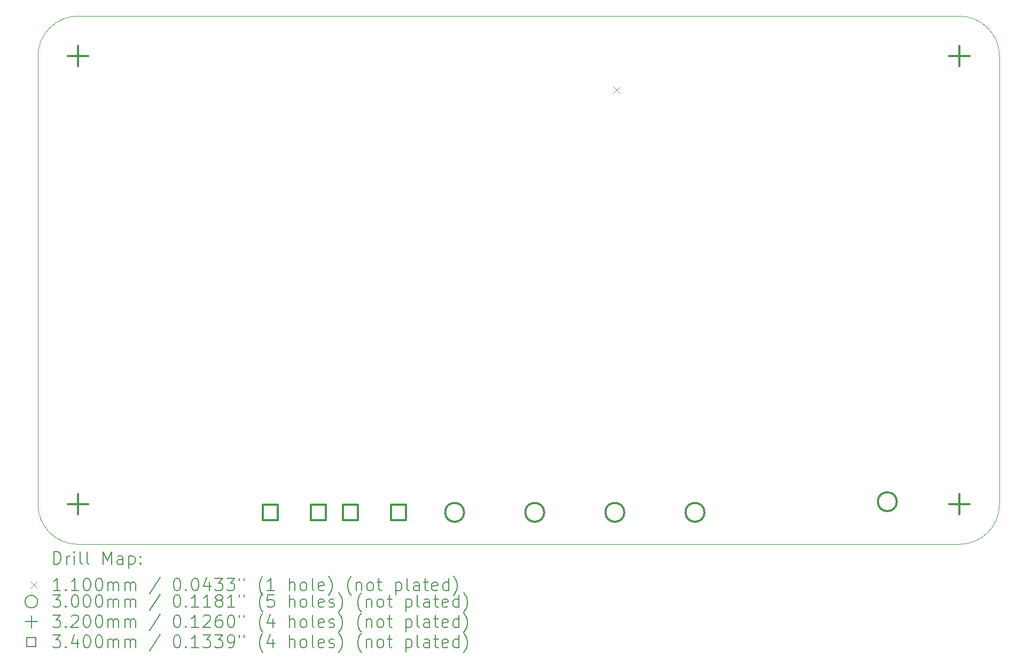
<source format=gbr>
%TF.GenerationSoftware,KiCad,Pcbnew,(6.0.8-1)-1*%
%TF.CreationDate,2023-03-04T15:34:30-08:00*%
%TF.ProjectId,Urban Battery - BMS_complement,55726261-6e20-4426-9174-74657279202d,rev?*%
%TF.SameCoordinates,Original*%
%TF.FileFunction,Drillmap*%
%TF.FilePolarity,Positive*%
%FSLAX45Y45*%
G04 Gerber Fmt 4.5, Leading zero omitted, Abs format (unit mm)*
G04 Created by KiCad (PCBNEW (6.0.8-1)-1) date 2023-03-04 15:34:30*
%MOMM*%
%LPD*%
G01*
G04 APERTURE LIST*
%ADD10C,0.100000*%
%ADD11C,0.200000*%
%ADD12C,0.110000*%
%ADD13C,0.300000*%
%ADD14C,0.320000*%
%ADD15C,0.340000*%
G04 APERTURE END LIST*
D10*
X7620000Y-5715000D02*
X7620000Y-12827000D01*
X8255000Y-5080000D02*
G75*
G03*
X7620000Y-5715000I0J-635000D01*
G01*
X22225000Y-13462000D02*
G75*
G03*
X22860000Y-12827000I0J635000D01*
G01*
X22225000Y-5080000D02*
X8255000Y-5080000D01*
X22860000Y-5715000D02*
G75*
G03*
X22225000Y-5080000I-635000J0D01*
G01*
X8255000Y-13462000D02*
X22225000Y-13462000D01*
X7620000Y-12827000D02*
G75*
G03*
X8255000Y-13462000I635000J0D01*
G01*
X22860000Y-12827000D02*
X22860000Y-5715000D01*
D11*
D12*
X16740000Y-6199000D02*
X16850000Y-6309000D01*
X16850000Y-6199000D02*
X16740000Y-6309000D01*
D13*
X14374000Y-12954000D02*
G75*
G03*
X14374000Y-12954000I-150000J0D01*
G01*
X15644000Y-12954000D02*
G75*
G03*
X15644000Y-12954000I-150000J0D01*
G01*
X16914000Y-12954000D02*
G75*
G03*
X16914000Y-12954000I-150000J0D01*
G01*
X18184000Y-12954000D02*
G75*
G03*
X18184000Y-12954000I-150000J0D01*
G01*
X21232000Y-12785000D02*
G75*
G03*
X21232000Y-12785000I-150000J0D01*
G01*
D14*
X8253364Y-5551867D02*
X8253364Y-5871867D01*
X8093364Y-5711867D02*
X8413364Y-5711867D01*
X8255000Y-12667000D02*
X8255000Y-12987000D01*
X8095000Y-12827000D02*
X8415000Y-12827000D01*
X22225000Y-5551867D02*
X22225000Y-5871867D01*
X22065000Y-5711867D02*
X22385000Y-5711867D01*
X22225000Y-12666811D02*
X22225000Y-12986811D01*
X22065000Y-12826811D02*
X22385000Y-12826811D01*
D15*
X11423209Y-13074709D02*
X11423209Y-12834291D01*
X11182791Y-12834291D01*
X11182791Y-13074709D01*
X11423209Y-13074709D01*
X12185209Y-13074709D02*
X12185209Y-12834291D01*
X11944791Y-12834291D01*
X11944791Y-13074709D01*
X12185209Y-13074709D01*
X12693209Y-13074709D02*
X12693209Y-12834291D01*
X12452791Y-12834291D01*
X12452791Y-13074709D01*
X12693209Y-13074709D01*
X13455209Y-13074709D02*
X13455209Y-12834291D01*
X13214791Y-12834291D01*
X13214791Y-13074709D01*
X13455209Y-13074709D01*
D11*
X7872619Y-13777476D02*
X7872619Y-13577476D01*
X7920238Y-13577476D01*
X7948809Y-13587000D01*
X7967857Y-13606048D01*
X7977381Y-13625095D01*
X7986905Y-13663190D01*
X7986905Y-13691762D01*
X7977381Y-13729857D01*
X7967857Y-13748905D01*
X7948809Y-13767952D01*
X7920238Y-13777476D01*
X7872619Y-13777476D01*
X8072619Y-13777476D02*
X8072619Y-13644143D01*
X8072619Y-13682238D02*
X8082143Y-13663190D01*
X8091667Y-13653667D01*
X8110714Y-13644143D01*
X8129762Y-13644143D01*
X8196428Y-13777476D02*
X8196428Y-13644143D01*
X8196428Y-13577476D02*
X8186905Y-13587000D01*
X8196428Y-13596524D01*
X8205952Y-13587000D01*
X8196428Y-13577476D01*
X8196428Y-13596524D01*
X8320238Y-13777476D02*
X8301190Y-13767952D01*
X8291667Y-13748905D01*
X8291667Y-13577476D01*
X8425000Y-13777476D02*
X8405952Y-13767952D01*
X8396429Y-13748905D01*
X8396429Y-13577476D01*
X8653571Y-13777476D02*
X8653571Y-13577476D01*
X8720238Y-13720333D01*
X8786905Y-13577476D01*
X8786905Y-13777476D01*
X8967857Y-13777476D02*
X8967857Y-13672714D01*
X8958333Y-13653667D01*
X8939286Y-13644143D01*
X8901190Y-13644143D01*
X8882143Y-13653667D01*
X8967857Y-13767952D02*
X8948810Y-13777476D01*
X8901190Y-13777476D01*
X8882143Y-13767952D01*
X8872619Y-13748905D01*
X8872619Y-13729857D01*
X8882143Y-13710809D01*
X8901190Y-13701286D01*
X8948810Y-13701286D01*
X8967857Y-13691762D01*
X9063095Y-13644143D02*
X9063095Y-13844143D01*
X9063095Y-13653667D02*
X9082143Y-13644143D01*
X9120238Y-13644143D01*
X9139286Y-13653667D01*
X9148810Y-13663190D01*
X9158333Y-13682238D01*
X9158333Y-13739381D01*
X9148810Y-13758428D01*
X9139286Y-13767952D01*
X9120238Y-13777476D01*
X9082143Y-13777476D01*
X9063095Y-13767952D01*
X9244048Y-13758428D02*
X9253571Y-13767952D01*
X9244048Y-13777476D01*
X9234524Y-13767952D01*
X9244048Y-13758428D01*
X9244048Y-13777476D01*
X9244048Y-13653667D02*
X9253571Y-13663190D01*
X9244048Y-13672714D01*
X9234524Y-13663190D01*
X9244048Y-13653667D01*
X9244048Y-13672714D01*
D12*
X7505000Y-14052000D02*
X7615000Y-14162000D01*
X7615000Y-14052000D02*
X7505000Y-14162000D01*
D11*
X7977381Y-14197476D02*
X7863095Y-14197476D01*
X7920238Y-14197476D02*
X7920238Y-13997476D01*
X7901190Y-14026048D01*
X7882143Y-14045095D01*
X7863095Y-14054619D01*
X8063095Y-14178428D02*
X8072619Y-14187952D01*
X8063095Y-14197476D01*
X8053571Y-14187952D01*
X8063095Y-14178428D01*
X8063095Y-14197476D01*
X8263095Y-14197476D02*
X8148809Y-14197476D01*
X8205952Y-14197476D02*
X8205952Y-13997476D01*
X8186905Y-14026048D01*
X8167857Y-14045095D01*
X8148809Y-14054619D01*
X8386905Y-13997476D02*
X8405952Y-13997476D01*
X8425000Y-14007000D01*
X8434524Y-14016524D01*
X8444048Y-14035571D01*
X8453571Y-14073667D01*
X8453571Y-14121286D01*
X8444048Y-14159381D01*
X8434524Y-14178428D01*
X8425000Y-14187952D01*
X8405952Y-14197476D01*
X8386905Y-14197476D01*
X8367857Y-14187952D01*
X8358333Y-14178428D01*
X8348809Y-14159381D01*
X8339286Y-14121286D01*
X8339286Y-14073667D01*
X8348809Y-14035571D01*
X8358333Y-14016524D01*
X8367857Y-14007000D01*
X8386905Y-13997476D01*
X8577381Y-13997476D02*
X8596429Y-13997476D01*
X8615476Y-14007000D01*
X8625000Y-14016524D01*
X8634524Y-14035571D01*
X8644048Y-14073667D01*
X8644048Y-14121286D01*
X8634524Y-14159381D01*
X8625000Y-14178428D01*
X8615476Y-14187952D01*
X8596429Y-14197476D01*
X8577381Y-14197476D01*
X8558333Y-14187952D01*
X8548810Y-14178428D01*
X8539286Y-14159381D01*
X8529762Y-14121286D01*
X8529762Y-14073667D01*
X8539286Y-14035571D01*
X8548810Y-14016524D01*
X8558333Y-14007000D01*
X8577381Y-13997476D01*
X8729762Y-14197476D02*
X8729762Y-14064143D01*
X8729762Y-14083190D02*
X8739286Y-14073667D01*
X8758333Y-14064143D01*
X8786905Y-14064143D01*
X8805952Y-14073667D01*
X8815476Y-14092714D01*
X8815476Y-14197476D01*
X8815476Y-14092714D02*
X8825000Y-14073667D01*
X8844048Y-14064143D01*
X8872619Y-14064143D01*
X8891667Y-14073667D01*
X8901190Y-14092714D01*
X8901190Y-14197476D01*
X8996429Y-14197476D02*
X8996429Y-14064143D01*
X8996429Y-14083190D02*
X9005952Y-14073667D01*
X9025000Y-14064143D01*
X9053571Y-14064143D01*
X9072619Y-14073667D01*
X9082143Y-14092714D01*
X9082143Y-14197476D01*
X9082143Y-14092714D02*
X9091667Y-14073667D01*
X9110714Y-14064143D01*
X9139286Y-14064143D01*
X9158333Y-14073667D01*
X9167857Y-14092714D01*
X9167857Y-14197476D01*
X9558333Y-13987952D02*
X9386905Y-14245095D01*
X9815476Y-13997476D02*
X9834524Y-13997476D01*
X9853571Y-14007000D01*
X9863095Y-14016524D01*
X9872619Y-14035571D01*
X9882143Y-14073667D01*
X9882143Y-14121286D01*
X9872619Y-14159381D01*
X9863095Y-14178428D01*
X9853571Y-14187952D01*
X9834524Y-14197476D01*
X9815476Y-14197476D01*
X9796429Y-14187952D01*
X9786905Y-14178428D01*
X9777381Y-14159381D01*
X9767857Y-14121286D01*
X9767857Y-14073667D01*
X9777381Y-14035571D01*
X9786905Y-14016524D01*
X9796429Y-14007000D01*
X9815476Y-13997476D01*
X9967857Y-14178428D02*
X9977381Y-14187952D01*
X9967857Y-14197476D01*
X9958333Y-14187952D01*
X9967857Y-14178428D01*
X9967857Y-14197476D01*
X10101190Y-13997476D02*
X10120238Y-13997476D01*
X10139286Y-14007000D01*
X10148810Y-14016524D01*
X10158333Y-14035571D01*
X10167857Y-14073667D01*
X10167857Y-14121286D01*
X10158333Y-14159381D01*
X10148810Y-14178428D01*
X10139286Y-14187952D01*
X10120238Y-14197476D01*
X10101190Y-14197476D01*
X10082143Y-14187952D01*
X10072619Y-14178428D01*
X10063095Y-14159381D01*
X10053571Y-14121286D01*
X10053571Y-14073667D01*
X10063095Y-14035571D01*
X10072619Y-14016524D01*
X10082143Y-14007000D01*
X10101190Y-13997476D01*
X10339286Y-14064143D02*
X10339286Y-14197476D01*
X10291667Y-13987952D02*
X10244048Y-14130809D01*
X10367857Y-14130809D01*
X10425000Y-13997476D02*
X10548810Y-13997476D01*
X10482143Y-14073667D01*
X10510714Y-14073667D01*
X10529762Y-14083190D01*
X10539286Y-14092714D01*
X10548810Y-14111762D01*
X10548810Y-14159381D01*
X10539286Y-14178428D01*
X10529762Y-14187952D01*
X10510714Y-14197476D01*
X10453571Y-14197476D01*
X10434524Y-14187952D01*
X10425000Y-14178428D01*
X10615476Y-13997476D02*
X10739286Y-13997476D01*
X10672619Y-14073667D01*
X10701190Y-14073667D01*
X10720238Y-14083190D01*
X10729762Y-14092714D01*
X10739286Y-14111762D01*
X10739286Y-14159381D01*
X10729762Y-14178428D01*
X10720238Y-14187952D01*
X10701190Y-14197476D01*
X10644048Y-14197476D01*
X10625000Y-14187952D01*
X10615476Y-14178428D01*
X10815476Y-13997476D02*
X10815476Y-14035571D01*
X10891667Y-13997476D02*
X10891667Y-14035571D01*
X11186905Y-14273667D02*
X11177381Y-14264143D01*
X11158333Y-14235571D01*
X11148810Y-14216524D01*
X11139286Y-14187952D01*
X11129762Y-14140333D01*
X11129762Y-14102238D01*
X11139286Y-14054619D01*
X11148810Y-14026048D01*
X11158333Y-14007000D01*
X11177381Y-13978428D01*
X11186905Y-13968905D01*
X11367857Y-14197476D02*
X11253571Y-14197476D01*
X11310714Y-14197476D02*
X11310714Y-13997476D01*
X11291667Y-14026048D01*
X11272619Y-14045095D01*
X11253571Y-14054619D01*
X11605952Y-14197476D02*
X11605952Y-13997476D01*
X11691667Y-14197476D02*
X11691667Y-14092714D01*
X11682143Y-14073667D01*
X11663095Y-14064143D01*
X11634524Y-14064143D01*
X11615476Y-14073667D01*
X11605952Y-14083190D01*
X11815476Y-14197476D02*
X11796428Y-14187952D01*
X11786905Y-14178428D01*
X11777381Y-14159381D01*
X11777381Y-14102238D01*
X11786905Y-14083190D01*
X11796428Y-14073667D01*
X11815476Y-14064143D01*
X11844048Y-14064143D01*
X11863095Y-14073667D01*
X11872619Y-14083190D01*
X11882143Y-14102238D01*
X11882143Y-14159381D01*
X11872619Y-14178428D01*
X11863095Y-14187952D01*
X11844048Y-14197476D01*
X11815476Y-14197476D01*
X11996428Y-14197476D02*
X11977381Y-14187952D01*
X11967857Y-14168905D01*
X11967857Y-13997476D01*
X12148809Y-14187952D02*
X12129762Y-14197476D01*
X12091667Y-14197476D01*
X12072619Y-14187952D01*
X12063095Y-14168905D01*
X12063095Y-14092714D01*
X12072619Y-14073667D01*
X12091667Y-14064143D01*
X12129762Y-14064143D01*
X12148809Y-14073667D01*
X12158333Y-14092714D01*
X12158333Y-14111762D01*
X12063095Y-14130809D01*
X12225000Y-14273667D02*
X12234524Y-14264143D01*
X12253571Y-14235571D01*
X12263095Y-14216524D01*
X12272619Y-14187952D01*
X12282143Y-14140333D01*
X12282143Y-14102238D01*
X12272619Y-14054619D01*
X12263095Y-14026048D01*
X12253571Y-14007000D01*
X12234524Y-13978428D01*
X12225000Y-13968905D01*
X12586905Y-14273667D02*
X12577381Y-14264143D01*
X12558333Y-14235571D01*
X12548809Y-14216524D01*
X12539286Y-14187952D01*
X12529762Y-14140333D01*
X12529762Y-14102238D01*
X12539286Y-14054619D01*
X12548809Y-14026048D01*
X12558333Y-14007000D01*
X12577381Y-13978428D01*
X12586905Y-13968905D01*
X12663095Y-14064143D02*
X12663095Y-14197476D01*
X12663095Y-14083190D02*
X12672619Y-14073667D01*
X12691667Y-14064143D01*
X12720238Y-14064143D01*
X12739286Y-14073667D01*
X12748809Y-14092714D01*
X12748809Y-14197476D01*
X12872619Y-14197476D02*
X12853571Y-14187952D01*
X12844048Y-14178428D01*
X12834524Y-14159381D01*
X12834524Y-14102238D01*
X12844048Y-14083190D01*
X12853571Y-14073667D01*
X12872619Y-14064143D01*
X12901190Y-14064143D01*
X12920238Y-14073667D01*
X12929762Y-14083190D01*
X12939286Y-14102238D01*
X12939286Y-14159381D01*
X12929762Y-14178428D01*
X12920238Y-14187952D01*
X12901190Y-14197476D01*
X12872619Y-14197476D01*
X12996428Y-14064143D02*
X13072619Y-14064143D01*
X13025000Y-13997476D02*
X13025000Y-14168905D01*
X13034524Y-14187952D01*
X13053571Y-14197476D01*
X13072619Y-14197476D01*
X13291667Y-14064143D02*
X13291667Y-14264143D01*
X13291667Y-14073667D02*
X13310714Y-14064143D01*
X13348809Y-14064143D01*
X13367857Y-14073667D01*
X13377381Y-14083190D01*
X13386905Y-14102238D01*
X13386905Y-14159381D01*
X13377381Y-14178428D01*
X13367857Y-14187952D01*
X13348809Y-14197476D01*
X13310714Y-14197476D01*
X13291667Y-14187952D01*
X13501190Y-14197476D02*
X13482143Y-14187952D01*
X13472619Y-14168905D01*
X13472619Y-13997476D01*
X13663095Y-14197476D02*
X13663095Y-14092714D01*
X13653571Y-14073667D01*
X13634524Y-14064143D01*
X13596428Y-14064143D01*
X13577381Y-14073667D01*
X13663095Y-14187952D02*
X13644048Y-14197476D01*
X13596428Y-14197476D01*
X13577381Y-14187952D01*
X13567857Y-14168905D01*
X13567857Y-14149857D01*
X13577381Y-14130809D01*
X13596428Y-14121286D01*
X13644048Y-14121286D01*
X13663095Y-14111762D01*
X13729762Y-14064143D02*
X13805952Y-14064143D01*
X13758333Y-13997476D02*
X13758333Y-14168905D01*
X13767857Y-14187952D01*
X13786905Y-14197476D01*
X13805952Y-14197476D01*
X13948809Y-14187952D02*
X13929762Y-14197476D01*
X13891667Y-14197476D01*
X13872619Y-14187952D01*
X13863095Y-14168905D01*
X13863095Y-14092714D01*
X13872619Y-14073667D01*
X13891667Y-14064143D01*
X13929762Y-14064143D01*
X13948809Y-14073667D01*
X13958333Y-14092714D01*
X13958333Y-14111762D01*
X13863095Y-14130809D01*
X14129762Y-14197476D02*
X14129762Y-13997476D01*
X14129762Y-14187952D02*
X14110714Y-14197476D01*
X14072619Y-14197476D01*
X14053571Y-14187952D01*
X14044048Y-14178428D01*
X14034524Y-14159381D01*
X14034524Y-14102238D01*
X14044048Y-14083190D01*
X14053571Y-14073667D01*
X14072619Y-14064143D01*
X14110714Y-14064143D01*
X14129762Y-14073667D01*
X14205952Y-14273667D02*
X14215476Y-14264143D01*
X14234524Y-14235571D01*
X14244048Y-14216524D01*
X14253571Y-14187952D01*
X14263095Y-14140333D01*
X14263095Y-14102238D01*
X14253571Y-14054619D01*
X14244048Y-14026048D01*
X14234524Y-14007000D01*
X14215476Y-13978428D01*
X14205952Y-13968905D01*
X7615000Y-14371000D02*
G75*
G03*
X7615000Y-14371000I-100000J0D01*
G01*
X7853571Y-14261476D02*
X7977381Y-14261476D01*
X7910714Y-14337667D01*
X7939286Y-14337667D01*
X7958333Y-14347190D01*
X7967857Y-14356714D01*
X7977381Y-14375762D01*
X7977381Y-14423381D01*
X7967857Y-14442428D01*
X7958333Y-14451952D01*
X7939286Y-14461476D01*
X7882143Y-14461476D01*
X7863095Y-14451952D01*
X7853571Y-14442428D01*
X8063095Y-14442428D02*
X8072619Y-14451952D01*
X8063095Y-14461476D01*
X8053571Y-14451952D01*
X8063095Y-14442428D01*
X8063095Y-14461476D01*
X8196428Y-14261476D02*
X8215476Y-14261476D01*
X8234524Y-14271000D01*
X8244048Y-14280524D01*
X8253571Y-14299571D01*
X8263095Y-14337667D01*
X8263095Y-14385286D01*
X8253571Y-14423381D01*
X8244048Y-14442428D01*
X8234524Y-14451952D01*
X8215476Y-14461476D01*
X8196428Y-14461476D01*
X8177381Y-14451952D01*
X8167857Y-14442428D01*
X8158333Y-14423381D01*
X8148809Y-14385286D01*
X8148809Y-14337667D01*
X8158333Y-14299571D01*
X8167857Y-14280524D01*
X8177381Y-14271000D01*
X8196428Y-14261476D01*
X8386905Y-14261476D02*
X8405952Y-14261476D01*
X8425000Y-14271000D01*
X8434524Y-14280524D01*
X8444048Y-14299571D01*
X8453571Y-14337667D01*
X8453571Y-14385286D01*
X8444048Y-14423381D01*
X8434524Y-14442428D01*
X8425000Y-14451952D01*
X8405952Y-14461476D01*
X8386905Y-14461476D01*
X8367857Y-14451952D01*
X8358333Y-14442428D01*
X8348809Y-14423381D01*
X8339286Y-14385286D01*
X8339286Y-14337667D01*
X8348809Y-14299571D01*
X8358333Y-14280524D01*
X8367857Y-14271000D01*
X8386905Y-14261476D01*
X8577381Y-14261476D02*
X8596429Y-14261476D01*
X8615476Y-14271000D01*
X8625000Y-14280524D01*
X8634524Y-14299571D01*
X8644048Y-14337667D01*
X8644048Y-14385286D01*
X8634524Y-14423381D01*
X8625000Y-14442428D01*
X8615476Y-14451952D01*
X8596429Y-14461476D01*
X8577381Y-14461476D01*
X8558333Y-14451952D01*
X8548810Y-14442428D01*
X8539286Y-14423381D01*
X8529762Y-14385286D01*
X8529762Y-14337667D01*
X8539286Y-14299571D01*
X8548810Y-14280524D01*
X8558333Y-14271000D01*
X8577381Y-14261476D01*
X8729762Y-14461476D02*
X8729762Y-14328143D01*
X8729762Y-14347190D02*
X8739286Y-14337667D01*
X8758333Y-14328143D01*
X8786905Y-14328143D01*
X8805952Y-14337667D01*
X8815476Y-14356714D01*
X8815476Y-14461476D01*
X8815476Y-14356714D02*
X8825000Y-14337667D01*
X8844048Y-14328143D01*
X8872619Y-14328143D01*
X8891667Y-14337667D01*
X8901190Y-14356714D01*
X8901190Y-14461476D01*
X8996429Y-14461476D02*
X8996429Y-14328143D01*
X8996429Y-14347190D02*
X9005952Y-14337667D01*
X9025000Y-14328143D01*
X9053571Y-14328143D01*
X9072619Y-14337667D01*
X9082143Y-14356714D01*
X9082143Y-14461476D01*
X9082143Y-14356714D02*
X9091667Y-14337667D01*
X9110714Y-14328143D01*
X9139286Y-14328143D01*
X9158333Y-14337667D01*
X9167857Y-14356714D01*
X9167857Y-14461476D01*
X9558333Y-14251952D02*
X9386905Y-14509095D01*
X9815476Y-14261476D02*
X9834524Y-14261476D01*
X9853571Y-14271000D01*
X9863095Y-14280524D01*
X9872619Y-14299571D01*
X9882143Y-14337667D01*
X9882143Y-14385286D01*
X9872619Y-14423381D01*
X9863095Y-14442428D01*
X9853571Y-14451952D01*
X9834524Y-14461476D01*
X9815476Y-14461476D01*
X9796429Y-14451952D01*
X9786905Y-14442428D01*
X9777381Y-14423381D01*
X9767857Y-14385286D01*
X9767857Y-14337667D01*
X9777381Y-14299571D01*
X9786905Y-14280524D01*
X9796429Y-14271000D01*
X9815476Y-14261476D01*
X9967857Y-14442428D02*
X9977381Y-14451952D01*
X9967857Y-14461476D01*
X9958333Y-14451952D01*
X9967857Y-14442428D01*
X9967857Y-14461476D01*
X10167857Y-14461476D02*
X10053571Y-14461476D01*
X10110714Y-14461476D02*
X10110714Y-14261476D01*
X10091667Y-14290048D01*
X10072619Y-14309095D01*
X10053571Y-14318619D01*
X10358333Y-14461476D02*
X10244048Y-14461476D01*
X10301190Y-14461476D02*
X10301190Y-14261476D01*
X10282143Y-14290048D01*
X10263095Y-14309095D01*
X10244048Y-14318619D01*
X10472619Y-14347190D02*
X10453571Y-14337667D01*
X10444048Y-14328143D01*
X10434524Y-14309095D01*
X10434524Y-14299571D01*
X10444048Y-14280524D01*
X10453571Y-14271000D01*
X10472619Y-14261476D01*
X10510714Y-14261476D01*
X10529762Y-14271000D01*
X10539286Y-14280524D01*
X10548810Y-14299571D01*
X10548810Y-14309095D01*
X10539286Y-14328143D01*
X10529762Y-14337667D01*
X10510714Y-14347190D01*
X10472619Y-14347190D01*
X10453571Y-14356714D01*
X10444048Y-14366238D01*
X10434524Y-14385286D01*
X10434524Y-14423381D01*
X10444048Y-14442428D01*
X10453571Y-14451952D01*
X10472619Y-14461476D01*
X10510714Y-14461476D01*
X10529762Y-14451952D01*
X10539286Y-14442428D01*
X10548810Y-14423381D01*
X10548810Y-14385286D01*
X10539286Y-14366238D01*
X10529762Y-14356714D01*
X10510714Y-14347190D01*
X10739286Y-14461476D02*
X10625000Y-14461476D01*
X10682143Y-14461476D02*
X10682143Y-14261476D01*
X10663095Y-14290048D01*
X10644048Y-14309095D01*
X10625000Y-14318619D01*
X10815476Y-14261476D02*
X10815476Y-14299571D01*
X10891667Y-14261476D02*
X10891667Y-14299571D01*
X11186905Y-14537667D02*
X11177381Y-14528143D01*
X11158333Y-14499571D01*
X11148810Y-14480524D01*
X11139286Y-14451952D01*
X11129762Y-14404333D01*
X11129762Y-14366238D01*
X11139286Y-14318619D01*
X11148810Y-14290048D01*
X11158333Y-14271000D01*
X11177381Y-14242428D01*
X11186905Y-14232905D01*
X11358333Y-14261476D02*
X11263095Y-14261476D01*
X11253571Y-14356714D01*
X11263095Y-14347190D01*
X11282143Y-14337667D01*
X11329762Y-14337667D01*
X11348809Y-14347190D01*
X11358333Y-14356714D01*
X11367857Y-14375762D01*
X11367857Y-14423381D01*
X11358333Y-14442428D01*
X11348809Y-14451952D01*
X11329762Y-14461476D01*
X11282143Y-14461476D01*
X11263095Y-14451952D01*
X11253571Y-14442428D01*
X11605952Y-14461476D02*
X11605952Y-14261476D01*
X11691667Y-14461476D02*
X11691667Y-14356714D01*
X11682143Y-14337667D01*
X11663095Y-14328143D01*
X11634524Y-14328143D01*
X11615476Y-14337667D01*
X11605952Y-14347190D01*
X11815476Y-14461476D02*
X11796428Y-14451952D01*
X11786905Y-14442428D01*
X11777381Y-14423381D01*
X11777381Y-14366238D01*
X11786905Y-14347190D01*
X11796428Y-14337667D01*
X11815476Y-14328143D01*
X11844048Y-14328143D01*
X11863095Y-14337667D01*
X11872619Y-14347190D01*
X11882143Y-14366238D01*
X11882143Y-14423381D01*
X11872619Y-14442428D01*
X11863095Y-14451952D01*
X11844048Y-14461476D01*
X11815476Y-14461476D01*
X11996428Y-14461476D02*
X11977381Y-14451952D01*
X11967857Y-14432905D01*
X11967857Y-14261476D01*
X12148809Y-14451952D02*
X12129762Y-14461476D01*
X12091667Y-14461476D01*
X12072619Y-14451952D01*
X12063095Y-14432905D01*
X12063095Y-14356714D01*
X12072619Y-14337667D01*
X12091667Y-14328143D01*
X12129762Y-14328143D01*
X12148809Y-14337667D01*
X12158333Y-14356714D01*
X12158333Y-14375762D01*
X12063095Y-14394809D01*
X12234524Y-14451952D02*
X12253571Y-14461476D01*
X12291667Y-14461476D01*
X12310714Y-14451952D01*
X12320238Y-14432905D01*
X12320238Y-14423381D01*
X12310714Y-14404333D01*
X12291667Y-14394809D01*
X12263095Y-14394809D01*
X12244048Y-14385286D01*
X12234524Y-14366238D01*
X12234524Y-14356714D01*
X12244048Y-14337667D01*
X12263095Y-14328143D01*
X12291667Y-14328143D01*
X12310714Y-14337667D01*
X12386905Y-14537667D02*
X12396428Y-14528143D01*
X12415476Y-14499571D01*
X12425000Y-14480524D01*
X12434524Y-14451952D01*
X12444048Y-14404333D01*
X12444048Y-14366238D01*
X12434524Y-14318619D01*
X12425000Y-14290048D01*
X12415476Y-14271000D01*
X12396428Y-14242428D01*
X12386905Y-14232905D01*
X12748809Y-14537667D02*
X12739286Y-14528143D01*
X12720238Y-14499571D01*
X12710714Y-14480524D01*
X12701190Y-14451952D01*
X12691667Y-14404333D01*
X12691667Y-14366238D01*
X12701190Y-14318619D01*
X12710714Y-14290048D01*
X12720238Y-14271000D01*
X12739286Y-14242428D01*
X12748809Y-14232905D01*
X12825000Y-14328143D02*
X12825000Y-14461476D01*
X12825000Y-14347190D02*
X12834524Y-14337667D01*
X12853571Y-14328143D01*
X12882143Y-14328143D01*
X12901190Y-14337667D01*
X12910714Y-14356714D01*
X12910714Y-14461476D01*
X13034524Y-14461476D02*
X13015476Y-14451952D01*
X13005952Y-14442428D01*
X12996428Y-14423381D01*
X12996428Y-14366238D01*
X13005952Y-14347190D01*
X13015476Y-14337667D01*
X13034524Y-14328143D01*
X13063095Y-14328143D01*
X13082143Y-14337667D01*
X13091667Y-14347190D01*
X13101190Y-14366238D01*
X13101190Y-14423381D01*
X13091667Y-14442428D01*
X13082143Y-14451952D01*
X13063095Y-14461476D01*
X13034524Y-14461476D01*
X13158333Y-14328143D02*
X13234524Y-14328143D01*
X13186905Y-14261476D02*
X13186905Y-14432905D01*
X13196428Y-14451952D01*
X13215476Y-14461476D01*
X13234524Y-14461476D01*
X13453571Y-14328143D02*
X13453571Y-14528143D01*
X13453571Y-14337667D02*
X13472619Y-14328143D01*
X13510714Y-14328143D01*
X13529762Y-14337667D01*
X13539286Y-14347190D01*
X13548809Y-14366238D01*
X13548809Y-14423381D01*
X13539286Y-14442428D01*
X13529762Y-14451952D01*
X13510714Y-14461476D01*
X13472619Y-14461476D01*
X13453571Y-14451952D01*
X13663095Y-14461476D02*
X13644048Y-14451952D01*
X13634524Y-14432905D01*
X13634524Y-14261476D01*
X13825000Y-14461476D02*
X13825000Y-14356714D01*
X13815476Y-14337667D01*
X13796428Y-14328143D01*
X13758333Y-14328143D01*
X13739286Y-14337667D01*
X13825000Y-14451952D02*
X13805952Y-14461476D01*
X13758333Y-14461476D01*
X13739286Y-14451952D01*
X13729762Y-14432905D01*
X13729762Y-14413857D01*
X13739286Y-14394809D01*
X13758333Y-14385286D01*
X13805952Y-14385286D01*
X13825000Y-14375762D01*
X13891667Y-14328143D02*
X13967857Y-14328143D01*
X13920238Y-14261476D02*
X13920238Y-14432905D01*
X13929762Y-14451952D01*
X13948809Y-14461476D01*
X13967857Y-14461476D01*
X14110714Y-14451952D02*
X14091667Y-14461476D01*
X14053571Y-14461476D01*
X14034524Y-14451952D01*
X14025000Y-14432905D01*
X14025000Y-14356714D01*
X14034524Y-14337667D01*
X14053571Y-14328143D01*
X14091667Y-14328143D01*
X14110714Y-14337667D01*
X14120238Y-14356714D01*
X14120238Y-14375762D01*
X14025000Y-14394809D01*
X14291667Y-14461476D02*
X14291667Y-14261476D01*
X14291667Y-14451952D02*
X14272619Y-14461476D01*
X14234524Y-14461476D01*
X14215476Y-14451952D01*
X14205952Y-14442428D01*
X14196428Y-14423381D01*
X14196428Y-14366238D01*
X14205952Y-14347190D01*
X14215476Y-14337667D01*
X14234524Y-14328143D01*
X14272619Y-14328143D01*
X14291667Y-14337667D01*
X14367857Y-14537667D02*
X14377381Y-14528143D01*
X14396428Y-14499571D01*
X14405952Y-14480524D01*
X14415476Y-14451952D01*
X14425000Y-14404333D01*
X14425000Y-14366238D01*
X14415476Y-14318619D01*
X14405952Y-14290048D01*
X14396428Y-14271000D01*
X14377381Y-14242428D01*
X14367857Y-14232905D01*
X7515000Y-14591000D02*
X7515000Y-14791000D01*
X7415000Y-14691000D02*
X7615000Y-14691000D01*
X7853571Y-14581476D02*
X7977381Y-14581476D01*
X7910714Y-14657667D01*
X7939286Y-14657667D01*
X7958333Y-14667190D01*
X7967857Y-14676714D01*
X7977381Y-14695762D01*
X7977381Y-14743381D01*
X7967857Y-14762428D01*
X7958333Y-14771952D01*
X7939286Y-14781476D01*
X7882143Y-14781476D01*
X7863095Y-14771952D01*
X7853571Y-14762428D01*
X8063095Y-14762428D02*
X8072619Y-14771952D01*
X8063095Y-14781476D01*
X8053571Y-14771952D01*
X8063095Y-14762428D01*
X8063095Y-14781476D01*
X8148809Y-14600524D02*
X8158333Y-14591000D01*
X8177381Y-14581476D01*
X8225000Y-14581476D01*
X8244048Y-14591000D01*
X8253571Y-14600524D01*
X8263095Y-14619571D01*
X8263095Y-14638619D01*
X8253571Y-14667190D01*
X8139286Y-14781476D01*
X8263095Y-14781476D01*
X8386905Y-14581476D02*
X8405952Y-14581476D01*
X8425000Y-14591000D01*
X8434524Y-14600524D01*
X8444048Y-14619571D01*
X8453571Y-14657667D01*
X8453571Y-14705286D01*
X8444048Y-14743381D01*
X8434524Y-14762428D01*
X8425000Y-14771952D01*
X8405952Y-14781476D01*
X8386905Y-14781476D01*
X8367857Y-14771952D01*
X8358333Y-14762428D01*
X8348809Y-14743381D01*
X8339286Y-14705286D01*
X8339286Y-14657667D01*
X8348809Y-14619571D01*
X8358333Y-14600524D01*
X8367857Y-14591000D01*
X8386905Y-14581476D01*
X8577381Y-14581476D02*
X8596429Y-14581476D01*
X8615476Y-14591000D01*
X8625000Y-14600524D01*
X8634524Y-14619571D01*
X8644048Y-14657667D01*
X8644048Y-14705286D01*
X8634524Y-14743381D01*
X8625000Y-14762428D01*
X8615476Y-14771952D01*
X8596429Y-14781476D01*
X8577381Y-14781476D01*
X8558333Y-14771952D01*
X8548810Y-14762428D01*
X8539286Y-14743381D01*
X8529762Y-14705286D01*
X8529762Y-14657667D01*
X8539286Y-14619571D01*
X8548810Y-14600524D01*
X8558333Y-14591000D01*
X8577381Y-14581476D01*
X8729762Y-14781476D02*
X8729762Y-14648143D01*
X8729762Y-14667190D02*
X8739286Y-14657667D01*
X8758333Y-14648143D01*
X8786905Y-14648143D01*
X8805952Y-14657667D01*
X8815476Y-14676714D01*
X8815476Y-14781476D01*
X8815476Y-14676714D02*
X8825000Y-14657667D01*
X8844048Y-14648143D01*
X8872619Y-14648143D01*
X8891667Y-14657667D01*
X8901190Y-14676714D01*
X8901190Y-14781476D01*
X8996429Y-14781476D02*
X8996429Y-14648143D01*
X8996429Y-14667190D02*
X9005952Y-14657667D01*
X9025000Y-14648143D01*
X9053571Y-14648143D01*
X9072619Y-14657667D01*
X9082143Y-14676714D01*
X9082143Y-14781476D01*
X9082143Y-14676714D02*
X9091667Y-14657667D01*
X9110714Y-14648143D01*
X9139286Y-14648143D01*
X9158333Y-14657667D01*
X9167857Y-14676714D01*
X9167857Y-14781476D01*
X9558333Y-14571952D02*
X9386905Y-14829095D01*
X9815476Y-14581476D02*
X9834524Y-14581476D01*
X9853571Y-14591000D01*
X9863095Y-14600524D01*
X9872619Y-14619571D01*
X9882143Y-14657667D01*
X9882143Y-14705286D01*
X9872619Y-14743381D01*
X9863095Y-14762428D01*
X9853571Y-14771952D01*
X9834524Y-14781476D01*
X9815476Y-14781476D01*
X9796429Y-14771952D01*
X9786905Y-14762428D01*
X9777381Y-14743381D01*
X9767857Y-14705286D01*
X9767857Y-14657667D01*
X9777381Y-14619571D01*
X9786905Y-14600524D01*
X9796429Y-14591000D01*
X9815476Y-14581476D01*
X9967857Y-14762428D02*
X9977381Y-14771952D01*
X9967857Y-14781476D01*
X9958333Y-14771952D01*
X9967857Y-14762428D01*
X9967857Y-14781476D01*
X10167857Y-14781476D02*
X10053571Y-14781476D01*
X10110714Y-14781476D02*
X10110714Y-14581476D01*
X10091667Y-14610048D01*
X10072619Y-14629095D01*
X10053571Y-14638619D01*
X10244048Y-14600524D02*
X10253571Y-14591000D01*
X10272619Y-14581476D01*
X10320238Y-14581476D01*
X10339286Y-14591000D01*
X10348810Y-14600524D01*
X10358333Y-14619571D01*
X10358333Y-14638619D01*
X10348810Y-14667190D01*
X10234524Y-14781476D01*
X10358333Y-14781476D01*
X10529762Y-14581476D02*
X10491667Y-14581476D01*
X10472619Y-14591000D01*
X10463095Y-14600524D01*
X10444048Y-14629095D01*
X10434524Y-14667190D01*
X10434524Y-14743381D01*
X10444048Y-14762428D01*
X10453571Y-14771952D01*
X10472619Y-14781476D01*
X10510714Y-14781476D01*
X10529762Y-14771952D01*
X10539286Y-14762428D01*
X10548810Y-14743381D01*
X10548810Y-14695762D01*
X10539286Y-14676714D01*
X10529762Y-14667190D01*
X10510714Y-14657667D01*
X10472619Y-14657667D01*
X10453571Y-14667190D01*
X10444048Y-14676714D01*
X10434524Y-14695762D01*
X10672619Y-14581476D02*
X10691667Y-14581476D01*
X10710714Y-14591000D01*
X10720238Y-14600524D01*
X10729762Y-14619571D01*
X10739286Y-14657667D01*
X10739286Y-14705286D01*
X10729762Y-14743381D01*
X10720238Y-14762428D01*
X10710714Y-14771952D01*
X10691667Y-14781476D01*
X10672619Y-14781476D01*
X10653571Y-14771952D01*
X10644048Y-14762428D01*
X10634524Y-14743381D01*
X10625000Y-14705286D01*
X10625000Y-14657667D01*
X10634524Y-14619571D01*
X10644048Y-14600524D01*
X10653571Y-14591000D01*
X10672619Y-14581476D01*
X10815476Y-14581476D02*
X10815476Y-14619571D01*
X10891667Y-14581476D02*
X10891667Y-14619571D01*
X11186905Y-14857667D02*
X11177381Y-14848143D01*
X11158333Y-14819571D01*
X11148810Y-14800524D01*
X11139286Y-14771952D01*
X11129762Y-14724333D01*
X11129762Y-14686238D01*
X11139286Y-14638619D01*
X11148810Y-14610048D01*
X11158333Y-14591000D01*
X11177381Y-14562428D01*
X11186905Y-14552905D01*
X11348809Y-14648143D02*
X11348809Y-14781476D01*
X11301190Y-14571952D02*
X11253571Y-14714809D01*
X11377381Y-14714809D01*
X11605952Y-14781476D02*
X11605952Y-14581476D01*
X11691667Y-14781476D02*
X11691667Y-14676714D01*
X11682143Y-14657667D01*
X11663095Y-14648143D01*
X11634524Y-14648143D01*
X11615476Y-14657667D01*
X11605952Y-14667190D01*
X11815476Y-14781476D02*
X11796428Y-14771952D01*
X11786905Y-14762428D01*
X11777381Y-14743381D01*
X11777381Y-14686238D01*
X11786905Y-14667190D01*
X11796428Y-14657667D01*
X11815476Y-14648143D01*
X11844048Y-14648143D01*
X11863095Y-14657667D01*
X11872619Y-14667190D01*
X11882143Y-14686238D01*
X11882143Y-14743381D01*
X11872619Y-14762428D01*
X11863095Y-14771952D01*
X11844048Y-14781476D01*
X11815476Y-14781476D01*
X11996428Y-14781476D02*
X11977381Y-14771952D01*
X11967857Y-14752905D01*
X11967857Y-14581476D01*
X12148809Y-14771952D02*
X12129762Y-14781476D01*
X12091667Y-14781476D01*
X12072619Y-14771952D01*
X12063095Y-14752905D01*
X12063095Y-14676714D01*
X12072619Y-14657667D01*
X12091667Y-14648143D01*
X12129762Y-14648143D01*
X12148809Y-14657667D01*
X12158333Y-14676714D01*
X12158333Y-14695762D01*
X12063095Y-14714809D01*
X12234524Y-14771952D02*
X12253571Y-14781476D01*
X12291667Y-14781476D01*
X12310714Y-14771952D01*
X12320238Y-14752905D01*
X12320238Y-14743381D01*
X12310714Y-14724333D01*
X12291667Y-14714809D01*
X12263095Y-14714809D01*
X12244048Y-14705286D01*
X12234524Y-14686238D01*
X12234524Y-14676714D01*
X12244048Y-14657667D01*
X12263095Y-14648143D01*
X12291667Y-14648143D01*
X12310714Y-14657667D01*
X12386905Y-14857667D02*
X12396428Y-14848143D01*
X12415476Y-14819571D01*
X12425000Y-14800524D01*
X12434524Y-14771952D01*
X12444048Y-14724333D01*
X12444048Y-14686238D01*
X12434524Y-14638619D01*
X12425000Y-14610048D01*
X12415476Y-14591000D01*
X12396428Y-14562428D01*
X12386905Y-14552905D01*
X12748809Y-14857667D02*
X12739286Y-14848143D01*
X12720238Y-14819571D01*
X12710714Y-14800524D01*
X12701190Y-14771952D01*
X12691667Y-14724333D01*
X12691667Y-14686238D01*
X12701190Y-14638619D01*
X12710714Y-14610048D01*
X12720238Y-14591000D01*
X12739286Y-14562428D01*
X12748809Y-14552905D01*
X12825000Y-14648143D02*
X12825000Y-14781476D01*
X12825000Y-14667190D02*
X12834524Y-14657667D01*
X12853571Y-14648143D01*
X12882143Y-14648143D01*
X12901190Y-14657667D01*
X12910714Y-14676714D01*
X12910714Y-14781476D01*
X13034524Y-14781476D02*
X13015476Y-14771952D01*
X13005952Y-14762428D01*
X12996428Y-14743381D01*
X12996428Y-14686238D01*
X13005952Y-14667190D01*
X13015476Y-14657667D01*
X13034524Y-14648143D01*
X13063095Y-14648143D01*
X13082143Y-14657667D01*
X13091667Y-14667190D01*
X13101190Y-14686238D01*
X13101190Y-14743381D01*
X13091667Y-14762428D01*
X13082143Y-14771952D01*
X13063095Y-14781476D01*
X13034524Y-14781476D01*
X13158333Y-14648143D02*
X13234524Y-14648143D01*
X13186905Y-14581476D02*
X13186905Y-14752905D01*
X13196428Y-14771952D01*
X13215476Y-14781476D01*
X13234524Y-14781476D01*
X13453571Y-14648143D02*
X13453571Y-14848143D01*
X13453571Y-14657667D02*
X13472619Y-14648143D01*
X13510714Y-14648143D01*
X13529762Y-14657667D01*
X13539286Y-14667190D01*
X13548809Y-14686238D01*
X13548809Y-14743381D01*
X13539286Y-14762428D01*
X13529762Y-14771952D01*
X13510714Y-14781476D01*
X13472619Y-14781476D01*
X13453571Y-14771952D01*
X13663095Y-14781476D02*
X13644048Y-14771952D01*
X13634524Y-14752905D01*
X13634524Y-14581476D01*
X13825000Y-14781476D02*
X13825000Y-14676714D01*
X13815476Y-14657667D01*
X13796428Y-14648143D01*
X13758333Y-14648143D01*
X13739286Y-14657667D01*
X13825000Y-14771952D02*
X13805952Y-14781476D01*
X13758333Y-14781476D01*
X13739286Y-14771952D01*
X13729762Y-14752905D01*
X13729762Y-14733857D01*
X13739286Y-14714809D01*
X13758333Y-14705286D01*
X13805952Y-14705286D01*
X13825000Y-14695762D01*
X13891667Y-14648143D02*
X13967857Y-14648143D01*
X13920238Y-14581476D02*
X13920238Y-14752905D01*
X13929762Y-14771952D01*
X13948809Y-14781476D01*
X13967857Y-14781476D01*
X14110714Y-14771952D02*
X14091667Y-14781476D01*
X14053571Y-14781476D01*
X14034524Y-14771952D01*
X14025000Y-14752905D01*
X14025000Y-14676714D01*
X14034524Y-14657667D01*
X14053571Y-14648143D01*
X14091667Y-14648143D01*
X14110714Y-14657667D01*
X14120238Y-14676714D01*
X14120238Y-14695762D01*
X14025000Y-14714809D01*
X14291667Y-14781476D02*
X14291667Y-14581476D01*
X14291667Y-14771952D02*
X14272619Y-14781476D01*
X14234524Y-14781476D01*
X14215476Y-14771952D01*
X14205952Y-14762428D01*
X14196428Y-14743381D01*
X14196428Y-14686238D01*
X14205952Y-14667190D01*
X14215476Y-14657667D01*
X14234524Y-14648143D01*
X14272619Y-14648143D01*
X14291667Y-14657667D01*
X14367857Y-14857667D02*
X14377381Y-14848143D01*
X14396428Y-14819571D01*
X14405952Y-14800524D01*
X14415476Y-14771952D01*
X14425000Y-14724333D01*
X14425000Y-14686238D01*
X14415476Y-14638619D01*
X14405952Y-14610048D01*
X14396428Y-14591000D01*
X14377381Y-14562428D01*
X14367857Y-14552905D01*
X7585711Y-15081711D02*
X7585711Y-14940289D01*
X7444289Y-14940289D01*
X7444289Y-15081711D01*
X7585711Y-15081711D01*
X7853571Y-14901476D02*
X7977381Y-14901476D01*
X7910714Y-14977667D01*
X7939286Y-14977667D01*
X7958333Y-14987190D01*
X7967857Y-14996714D01*
X7977381Y-15015762D01*
X7977381Y-15063381D01*
X7967857Y-15082428D01*
X7958333Y-15091952D01*
X7939286Y-15101476D01*
X7882143Y-15101476D01*
X7863095Y-15091952D01*
X7853571Y-15082428D01*
X8063095Y-15082428D02*
X8072619Y-15091952D01*
X8063095Y-15101476D01*
X8053571Y-15091952D01*
X8063095Y-15082428D01*
X8063095Y-15101476D01*
X8244048Y-14968143D02*
X8244048Y-15101476D01*
X8196428Y-14891952D02*
X8148809Y-15034809D01*
X8272619Y-15034809D01*
X8386905Y-14901476D02*
X8405952Y-14901476D01*
X8425000Y-14911000D01*
X8434524Y-14920524D01*
X8444048Y-14939571D01*
X8453571Y-14977667D01*
X8453571Y-15025286D01*
X8444048Y-15063381D01*
X8434524Y-15082428D01*
X8425000Y-15091952D01*
X8405952Y-15101476D01*
X8386905Y-15101476D01*
X8367857Y-15091952D01*
X8358333Y-15082428D01*
X8348809Y-15063381D01*
X8339286Y-15025286D01*
X8339286Y-14977667D01*
X8348809Y-14939571D01*
X8358333Y-14920524D01*
X8367857Y-14911000D01*
X8386905Y-14901476D01*
X8577381Y-14901476D02*
X8596429Y-14901476D01*
X8615476Y-14911000D01*
X8625000Y-14920524D01*
X8634524Y-14939571D01*
X8644048Y-14977667D01*
X8644048Y-15025286D01*
X8634524Y-15063381D01*
X8625000Y-15082428D01*
X8615476Y-15091952D01*
X8596429Y-15101476D01*
X8577381Y-15101476D01*
X8558333Y-15091952D01*
X8548810Y-15082428D01*
X8539286Y-15063381D01*
X8529762Y-15025286D01*
X8529762Y-14977667D01*
X8539286Y-14939571D01*
X8548810Y-14920524D01*
X8558333Y-14911000D01*
X8577381Y-14901476D01*
X8729762Y-15101476D02*
X8729762Y-14968143D01*
X8729762Y-14987190D02*
X8739286Y-14977667D01*
X8758333Y-14968143D01*
X8786905Y-14968143D01*
X8805952Y-14977667D01*
X8815476Y-14996714D01*
X8815476Y-15101476D01*
X8815476Y-14996714D02*
X8825000Y-14977667D01*
X8844048Y-14968143D01*
X8872619Y-14968143D01*
X8891667Y-14977667D01*
X8901190Y-14996714D01*
X8901190Y-15101476D01*
X8996429Y-15101476D02*
X8996429Y-14968143D01*
X8996429Y-14987190D02*
X9005952Y-14977667D01*
X9025000Y-14968143D01*
X9053571Y-14968143D01*
X9072619Y-14977667D01*
X9082143Y-14996714D01*
X9082143Y-15101476D01*
X9082143Y-14996714D02*
X9091667Y-14977667D01*
X9110714Y-14968143D01*
X9139286Y-14968143D01*
X9158333Y-14977667D01*
X9167857Y-14996714D01*
X9167857Y-15101476D01*
X9558333Y-14891952D02*
X9386905Y-15149095D01*
X9815476Y-14901476D02*
X9834524Y-14901476D01*
X9853571Y-14911000D01*
X9863095Y-14920524D01*
X9872619Y-14939571D01*
X9882143Y-14977667D01*
X9882143Y-15025286D01*
X9872619Y-15063381D01*
X9863095Y-15082428D01*
X9853571Y-15091952D01*
X9834524Y-15101476D01*
X9815476Y-15101476D01*
X9796429Y-15091952D01*
X9786905Y-15082428D01*
X9777381Y-15063381D01*
X9767857Y-15025286D01*
X9767857Y-14977667D01*
X9777381Y-14939571D01*
X9786905Y-14920524D01*
X9796429Y-14911000D01*
X9815476Y-14901476D01*
X9967857Y-15082428D02*
X9977381Y-15091952D01*
X9967857Y-15101476D01*
X9958333Y-15091952D01*
X9967857Y-15082428D01*
X9967857Y-15101476D01*
X10167857Y-15101476D02*
X10053571Y-15101476D01*
X10110714Y-15101476D02*
X10110714Y-14901476D01*
X10091667Y-14930048D01*
X10072619Y-14949095D01*
X10053571Y-14958619D01*
X10234524Y-14901476D02*
X10358333Y-14901476D01*
X10291667Y-14977667D01*
X10320238Y-14977667D01*
X10339286Y-14987190D01*
X10348810Y-14996714D01*
X10358333Y-15015762D01*
X10358333Y-15063381D01*
X10348810Y-15082428D01*
X10339286Y-15091952D01*
X10320238Y-15101476D01*
X10263095Y-15101476D01*
X10244048Y-15091952D01*
X10234524Y-15082428D01*
X10425000Y-14901476D02*
X10548810Y-14901476D01*
X10482143Y-14977667D01*
X10510714Y-14977667D01*
X10529762Y-14987190D01*
X10539286Y-14996714D01*
X10548810Y-15015762D01*
X10548810Y-15063381D01*
X10539286Y-15082428D01*
X10529762Y-15091952D01*
X10510714Y-15101476D01*
X10453571Y-15101476D01*
X10434524Y-15091952D01*
X10425000Y-15082428D01*
X10644048Y-15101476D02*
X10682143Y-15101476D01*
X10701190Y-15091952D01*
X10710714Y-15082428D01*
X10729762Y-15053857D01*
X10739286Y-15015762D01*
X10739286Y-14939571D01*
X10729762Y-14920524D01*
X10720238Y-14911000D01*
X10701190Y-14901476D01*
X10663095Y-14901476D01*
X10644048Y-14911000D01*
X10634524Y-14920524D01*
X10625000Y-14939571D01*
X10625000Y-14987190D01*
X10634524Y-15006238D01*
X10644048Y-15015762D01*
X10663095Y-15025286D01*
X10701190Y-15025286D01*
X10720238Y-15015762D01*
X10729762Y-15006238D01*
X10739286Y-14987190D01*
X10815476Y-14901476D02*
X10815476Y-14939571D01*
X10891667Y-14901476D02*
X10891667Y-14939571D01*
X11186905Y-15177667D02*
X11177381Y-15168143D01*
X11158333Y-15139571D01*
X11148810Y-15120524D01*
X11139286Y-15091952D01*
X11129762Y-15044333D01*
X11129762Y-15006238D01*
X11139286Y-14958619D01*
X11148810Y-14930048D01*
X11158333Y-14911000D01*
X11177381Y-14882428D01*
X11186905Y-14872905D01*
X11348809Y-14968143D02*
X11348809Y-15101476D01*
X11301190Y-14891952D02*
X11253571Y-15034809D01*
X11377381Y-15034809D01*
X11605952Y-15101476D02*
X11605952Y-14901476D01*
X11691667Y-15101476D02*
X11691667Y-14996714D01*
X11682143Y-14977667D01*
X11663095Y-14968143D01*
X11634524Y-14968143D01*
X11615476Y-14977667D01*
X11605952Y-14987190D01*
X11815476Y-15101476D02*
X11796428Y-15091952D01*
X11786905Y-15082428D01*
X11777381Y-15063381D01*
X11777381Y-15006238D01*
X11786905Y-14987190D01*
X11796428Y-14977667D01*
X11815476Y-14968143D01*
X11844048Y-14968143D01*
X11863095Y-14977667D01*
X11872619Y-14987190D01*
X11882143Y-15006238D01*
X11882143Y-15063381D01*
X11872619Y-15082428D01*
X11863095Y-15091952D01*
X11844048Y-15101476D01*
X11815476Y-15101476D01*
X11996428Y-15101476D02*
X11977381Y-15091952D01*
X11967857Y-15072905D01*
X11967857Y-14901476D01*
X12148809Y-15091952D02*
X12129762Y-15101476D01*
X12091667Y-15101476D01*
X12072619Y-15091952D01*
X12063095Y-15072905D01*
X12063095Y-14996714D01*
X12072619Y-14977667D01*
X12091667Y-14968143D01*
X12129762Y-14968143D01*
X12148809Y-14977667D01*
X12158333Y-14996714D01*
X12158333Y-15015762D01*
X12063095Y-15034809D01*
X12234524Y-15091952D02*
X12253571Y-15101476D01*
X12291667Y-15101476D01*
X12310714Y-15091952D01*
X12320238Y-15072905D01*
X12320238Y-15063381D01*
X12310714Y-15044333D01*
X12291667Y-15034809D01*
X12263095Y-15034809D01*
X12244048Y-15025286D01*
X12234524Y-15006238D01*
X12234524Y-14996714D01*
X12244048Y-14977667D01*
X12263095Y-14968143D01*
X12291667Y-14968143D01*
X12310714Y-14977667D01*
X12386905Y-15177667D02*
X12396428Y-15168143D01*
X12415476Y-15139571D01*
X12425000Y-15120524D01*
X12434524Y-15091952D01*
X12444048Y-15044333D01*
X12444048Y-15006238D01*
X12434524Y-14958619D01*
X12425000Y-14930048D01*
X12415476Y-14911000D01*
X12396428Y-14882428D01*
X12386905Y-14872905D01*
X12748809Y-15177667D02*
X12739286Y-15168143D01*
X12720238Y-15139571D01*
X12710714Y-15120524D01*
X12701190Y-15091952D01*
X12691667Y-15044333D01*
X12691667Y-15006238D01*
X12701190Y-14958619D01*
X12710714Y-14930048D01*
X12720238Y-14911000D01*
X12739286Y-14882428D01*
X12748809Y-14872905D01*
X12825000Y-14968143D02*
X12825000Y-15101476D01*
X12825000Y-14987190D02*
X12834524Y-14977667D01*
X12853571Y-14968143D01*
X12882143Y-14968143D01*
X12901190Y-14977667D01*
X12910714Y-14996714D01*
X12910714Y-15101476D01*
X13034524Y-15101476D02*
X13015476Y-15091952D01*
X13005952Y-15082428D01*
X12996428Y-15063381D01*
X12996428Y-15006238D01*
X13005952Y-14987190D01*
X13015476Y-14977667D01*
X13034524Y-14968143D01*
X13063095Y-14968143D01*
X13082143Y-14977667D01*
X13091667Y-14987190D01*
X13101190Y-15006238D01*
X13101190Y-15063381D01*
X13091667Y-15082428D01*
X13082143Y-15091952D01*
X13063095Y-15101476D01*
X13034524Y-15101476D01*
X13158333Y-14968143D02*
X13234524Y-14968143D01*
X13186905Y-14901476D02*
X13186905Y-15072905D01*
X13196428Y-15091952D01*
X13215476Y-15101476D01*
X13234524Y-15101476D01*
X13453571Y-14968143D02*
X13453571Y-15168143D01*
X13453571Y-14977667D02*
X13472619Y-14968143D01*
X13510714Y-14968143D01*
X13529762Y-14977667D01*
X13539286Y-14987190D01*
X13548809Y-15006238D01*
X13548809Y-15063381D01*
X13539286Y-15082428D01*
X13529762Y-15091952D01*
X13510714Y-15101476D01*
X13472619Y-15101476D01*
X13453571Y-15091952D01*
X13663095Y-15101476D02*
X13644048Y-15091952D01*
X13634524Y-15072905D01*
X13634524Y-14901476D01*
X13825000Y-15101476D02*
X13825000Y-14996714D01*
X13815476Y-14977667D01*
X13796428Y-14968143D01*
X13758333Y-14968143D01*
X13739286Y-14977667D01*
X13825000Y-15091952D02*
X13805952Y-15101476D01*
X13758333Y-15101476D01*
X13739286Y-15091952D01*
X13729762Y-15072905D01*
X13729762Y-15053857D01*
X13739286Y-15034809D01*
X13758333Y-15025286D01*
X13805952Y-15025286D01*
X13825000Y-15015762D01*
X13891667Y-14968143D02*
X13967857Y-14968143D01*
X13920238Y-14901476D02*
X13920238Y-15072905D01*
X13929762Y-15091952D01*
X13948809Y-15101476D01*
X13967857Y-15101476D01*
X14110714Y-15091952D02*
X14091667Y-15101476D01*
X14053571Y-15101476D01*
X14034524Y-15091952D01*
X14025000Y-15072905D01*
X14025000Y-14996714D01*
X14034524Y-14977667D01*
X14053571Y-14968143D01*
X14091667Y-14968143D01*
X14110714Y-14977667D01*
X14120238Y-14996714D01*
X14120238Y-15015762D01*
X14025000Y-15034809D01*
X14291667Y-15101476D02*
X14291667Y-14901476D01*
X14291667Y-15091952D02*
X14272619Y-15101476D01*
X14234524Y-15101476D01*
X14215476Y-15091952D01*
X14205952Y-15082428D01*
X14196428Y-15063381D01*
X14196428Y-15006238D01*
X14205952Y-14987190D01*
X14215476Y-14977667D01*
X14234524Y-14968143D01*
X14272619Y-14968143D01*
X14291667Y-14977667D01*
X14367857Y-15177667D02*
X14377381Y-15168143D01*
X14396428Y-15139571D01*
X14405952Y-15120524D01*
X14415476Y-15091952D01*
X14425000Y-15044333D01*
X14425000Y-15006238D01*
X14415476Y-14958619D01*
X14405952Y-14930048D01*
X14396428Y-14911000D01*
X14377381Y-14882428D01*
X14367857Y-14872905D01*
M02*

</source>
